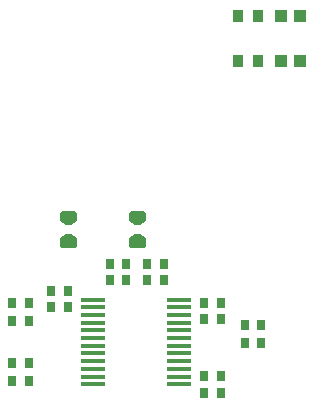
<source format=gtp>
G04 Layer: TopPasteMaskLayer*
G04 Panelize: V-CUT, Column: 2, Row: 2, Board Size: 58.42mm x 58.42mm, Panelized Board Size: 118.84mm x 118.84mm*
G04 EasyEDA v6.5.34, 2023-09-29 09:18:30*
G04 c9dbed2a3e91448aa0af638ac9ff533e,5a6b42c53f6a479593ecc07194224c93,10*
G04 Gerber Generator version 0.2*
G04 Scale: 100 percent, Rotated: No, Reflected: No *
G04 Dimensions in millimeters *
G04 leading zeros omitted , absolute positions ,4 integer and 5 decimal *
%FSLAX45Y45*%
%MOMM*%

%ADD10O,2.0999958X0.3999992*%
%ADD11R,0.8000X0.9000*%
%ADD12R,0.8999X1.0000*%
%ADD13R,1.0000X1.1000*%

%LPD*%
G36*
X2874873Y4001363D02*
G01*
X2864866Y3991356D01*
X2864866Y3922623D01*
X2911652Y3884117D01*
X2955747Y3884117D01*
X3002534Y3922623D01*
X3002534Y3991356D01*
X2992526Y4001363D01*
G37*
G36*
X2911652Y3812082D02*
G01*
X2864866Y3773576D01*
X2864866Y3704844D01*
X2874873Y3694836D01*
X2992526Y3694836D01*
X3002534Y3704844D01*
X3002534Y3773576D01*
X2955747Y3812082D01*
G37*
G36*
X2290673Y4001363D02*
G01*
X2280666Y3991356D01*
X2280666Y3922623D01*
X2327452Y3884117D01*
X2371547Y3884117D01*
X2418334Y3922623D01*
X2418334Y3991356D01*
X2408326Y4001363D01*
G37*
G36*
X2327452Y3812082D02*
G01*
X2280666Y3773576D01*
X2280666Y3704844D01*
X2290673Y3694836D01*
X2408326Y3694836D01*
X2418334Y3704844D01*
X2418334Y3773576D01*
X2371547Y3812082D01*
G37*
D10*
G01*
X3288029Y2538221D03*
G01*
X3288029Y2602992D03*
G01*
X3288029Y2668015D03*
G01*
X3288029Y2733039D03*
G01*
X3288029Y2798063D03*
G01*
X3288029Y2863087D03*
G01*
X3288029Y2928112D03*
G01*
X3288029Y2993136D03*
G01*
X3288029Y3058160D03*
G01*
X3288029Y3123184D03*
G01*
X3288029Y3188207D03*
G01*
X3288029Y3252978D03*
G01*
X2553970Y2538221D03*
G01*
X2553970Y2602992D03*
G01*
X2553970Y2668015D03*
G01*
X2553970Y2733039D03*
G01*
X2553970Y2798063D03*
G01*
X2553970Y2863087D03*
G01*
X2553970Y2928112D03*
G01*
X2553970Y2993136D03*
G01*
X2553970Y3058160D03*
G01*
X2553970Y3123184D03*
G01*
X2553970Y3188207D03*
G01*
X2553970Y3252978D03*
D11*
G01*
X3841597Y3035300D03*
G01*
X3981602Y3035300D03*
G01*
X3841597Y2882900D03*
G01*
X3981602Y2882900D03*
G01*
X3498697Y3225800D03*
G01*
X3638702Y3225800D03*
G01*
X3498697Y3086100D03*
G01*
X3638702Y3086100D03*
G01*
X2698597Y3416300D03*
G01*
X2838602Y3416300D03*
G01*
X2698597Y3556000D03*
G01*
X2838602Y3556000D03*
G01*
X3016097Y3416300D03*
G01*
X3156102Y3416300D03*
G01*
X3016097Y3556000D03*
G01*
X3156102Y3556000D03*
G01*
X3498697Y2603500D03*
G01*
X3638702Y2603500D03*
G01*
X3498697Y2463800D03*
G01*
X3638702Y2463800D03*
G01*
X2203297Y3327400D03*
G01*
X2343302Y3327400D03*
G01*
X2203297Y3187700D03*
G01*
X2343302Y3187700D03*
G01*
X1873097Y3225800D03*
G01*
X2013102Y3225800D03*
G01*
X1873097Y3073400D03*
G01*
X2013102Y3073400D03*
G01*
X1873097Y2717800D03*
G01*
X2013102Y2717800D03*
G01*
X1873097Y2565400D03*
G01*
X2013102Y2565400D03*
D12*
G01*
X3788486Y5651500D03*
G01*
X3958488Y5651500D03*
D13*
G01*
X4149090Y5651500D03*
G01*
X4309084Y5651500D03*
D12*
G01*
X3788486Y5270500D03*
G01*
X3958488Y5270500D03*
D13*
G01*
X4149090Y5270500D03*
G01*
X4309084Y5270500D03*
M02*

</source>
